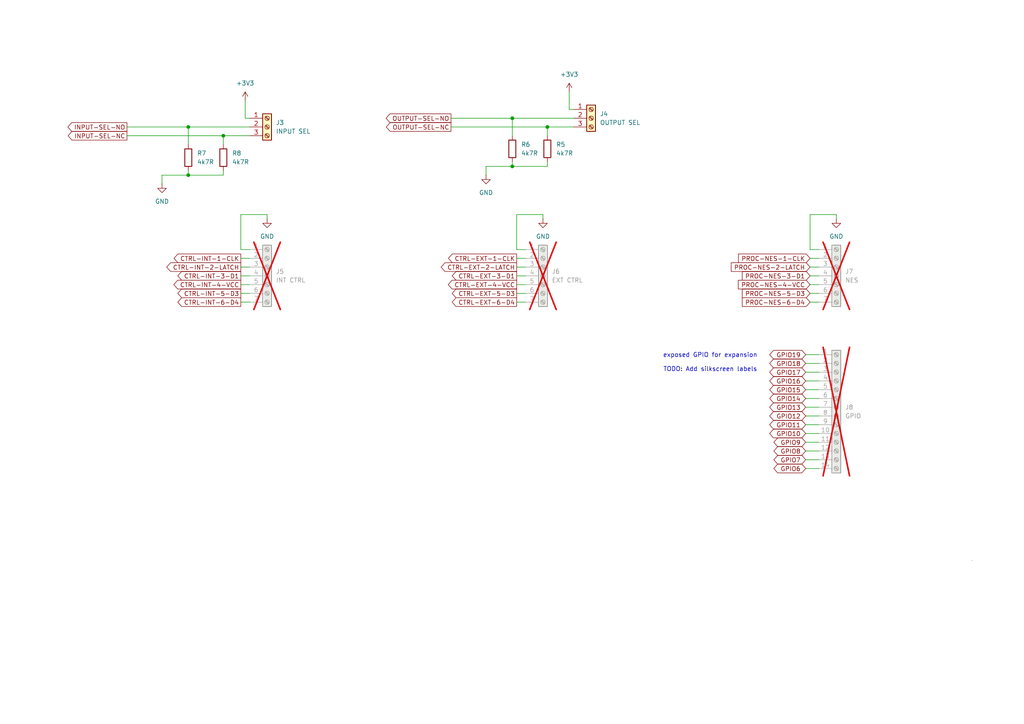
<source format=kicad_sch>
(kicad_sch (version 20250114) (generator "eeschema") (generator_version "9.0")
  (paper "A4")
  (lib_symbols
    (symbol "Connector:Screw_Terminal_01x03" (pin_names (offset 1.016) (hide yes))
      (property "Reference" "J" (at 0 5.08 0))
      (property "Value" "Screw_Terminal_01x03" (at 0 -5.08 0))
      (symbol "Screw_Terminal_01x03_1_1"
        (rectangle (start -1.27 3.81) (end 1.27 -3.81) (stroke (width 0.254)) (fill (type background)))
        (polyline (pts (xy -0.5334 2.8702) (xy 0.3302 2.032)) (stroke (width 0.1524)))
        (polyline (pts (xy -0.5334 0.3302) (xy 0.3302 -0.508)) (stroke (width 0.1524)))
        (polyline (pts (xy -0.5334 -2.2098) (xy 0.3302 -3.048)) (stroke (width 0.1524)))
        (polyline (pts (xy -0.3556 3.048) (xy 0.508 2.2098)) (stroke (width 0.1524)))
        (polyline (pts (xy -0.3556 0.508) (xy 0.508 -0.3302)) (stroke (width 0.1524)))
        (polyline (pts (xy -0.3556 -2.032) (xy 0.508 -2.8702)) (stroke (width 0.1524)))
        (circle (center 0 2.54) (radius 0.635) (stroke (width 0.1524)))
        (circle (center 0 0) (radius 0.635) (stroke (width 0.1524)))
        (circle (center 0 -2.54) (radius 0.635) (stroke (width 0.1524)))
        (pin passive line (at -5.08 2.54 0) (length 3.81) (name "Pin_1") (number "1"))
        (pin passive line (at -5.08 0 0) (length 3.81) (name "Pin_2") (number "2"))
        (pin passive line (at -5.08 -2.54 0) (length 3.81) (name "Pin_3") (number "3"))
      )
    )
    (symbol "Connector:Screw_Terminal_01x07" (pin_names (offset 1.016) (hide yes))
      (property "Reference" "J" (at 0 10.16 0))
      (property "Value" "Screw_Terminal_01x07" (at 0 -10.16 0))
      (symbol "Screw_Terminal_01x07_1_1"
        (rectangle (start -1.27 8.89) (end 1.27 -8.89) (stroke (width 0.254)) (fill (type background)))
        (polyline (pts (xy -0.5334 7.9502) (xy 0.3302 7.112)) (stroke (width 0.1524)))
        (polyline (pts (xy -0.5334 5.4102) (xy 0.3302 4.572)) (stroke (width 0.1524)))
        (polyline (pts (xy -0.5334 2.8702) (xy 0.3302 2.032)) (stroke (width 0.1524)))
        (polyline (pts (xy -0.5334 0.3302) (xy 0.3302 -0.508)) (stroke (width 0.1524)))
        (polyline (pts (xy -0.5334 -2.2098) (xy 0.3302 -3.048)) (stroke (width 0.1524)))
        (polyline (pts (xy -0.5334 -4.7498) (xy 0.3302 -5.588)) (stroke (width 0.1524)))
        (polyline (pts (xy -0.5334 -7.2898) (xy 0.3302 -8.128)) (stroke (width 0.1524)))
        (polyline (pts (xy -0.3556 8.128) (xy 0.508 7.2898)) (stroke (width 0.1524)))
        (polyline (pts (xy -0.3556 5.588) (xy 0.508 4.7498)) (stroke (width 0.1524)))
        (polyline (pts (xy -0.3556 3.048) (xy 0.508 2.2098)) (stroke (width 0.1524)))
        (polyline (pts (xy -0.3556 0.508) (xy 0.508 -0.3302)) (stroke (width 0.1524)))
        (polyline (pts (xy -0.3556 -2.032) (xy 0.508 -2.8702)) (stroke (width 0.1524)))
        (polyline (pts (xy -0.3556 -4.572) (xy 0.508 -5.4102)) (stroke (width 0.1524)))
        (polyline (pts (xy -0.3556 -7.112) (xy 0.508 -7.9502)) (stroke (width 0.1524)))
        (circle (center 0 7.62) (radius 0.635) (stroke (width 0.1524)))
        (circle (center 0 5.08) (radius 0.635) (stroke (width 0.1524)))
        (circle (center 0 2.54) (radius 0.635) (stroke (width 0.1524)))
        (circle (center 0 0) (radius 0.635) (stroke (width 0.1524)))
        (circle (center 0 -2.54) (radius 0.635) (stroke (width 0.1524)))
        (circle (center 0 -5.08) (radius 0.635) (stroke (width 0.1524)))
        (circle (center 0 -7.62) (radius 0.635) (stroke (width 0.1524)))
        (pin passive line (at -5.08 7.62 0) (length 3.81) (name "Pin_1") (number "1"))
        (pin passive line (at -5.08 5.08 0) (length 3.81) (name "Pin_2") (number "2"))
        (pin passive line (at -5.08 2.54 0) (length 3.81) (name "Pin_3") (number "3"))
        (pin passive line (at -5.08 0 0) (length 3.81) (name "Pin_4") (number "4"))
        (pin passive line (at -5.08 -2.54 0) (length 3.81) (name "Pin_5") (number "5"))
        (pin passive line (at -5.08 -5.08 0) (length 3.81) (name "Pin_6") (number "6"))
        (pin passive line (at -5.08 -7.62 0) (length 3.81) (name "Pin_7") (number "7"))
      )
    )
    (symbol "Connector:Screw_Terminal_01x14" (pin_names (offset 1.016) (hide yes))
      (property "Reference" "J" (at 0 17.78 0))
      (property "Value" "Screw_Terminal_01x14" (at 0 -20.32 0))
      (symbol "Screw_Terminal_01x14_1_1"
        (rectangle (start -1.27 16.51) (end 1.27 -19.05) (stroke (width 0.254)) (fill (type background)))
        (polyline (pts (xy -0.5334 15.5702) (xy 0.3302 14.732)) (stroke (width 0.1524)))
        (polyline (pts (xy -0.5334 13.0302) (xy 0.3302 12.192)) (stroke (width 0.1524)))
        (polyline (pts (xy -0.5334 10.4902) (xy 0.3302 9.652)) (stroke (width 0.1524)))
        (polyline (pts (xy -0.5334 7.9502) (xy 0.3302 7.112)) (stroke (width 0.1524)))
        (polyline (pts (xy -0.5334 5.4102) (xy 0.3302 4.572)) (stroke (width 0.1524)))
        (polyline (pts (xy -0.5334 2.8702) (xy 0.3302 2.032)) (stroke (width 0.1524)))
        (polyline (pts (xy -0.5334 0.3302) (xy 0.3302 -0.508)) (stroke (width 0.1524)))
        (polyline (pts (xy -0.5334 -2.2098) (xy 0.3302 -3.048)) (stroke (width 0.1524)))
        (polyline (pts (xy -0.5334 -4.7498) (xy 0.3302 -5.588)) (stroke (width 0.1524)))
        (polyline (pts (xy -0.5334 -7.2898) (xy 0.3302 -8.128)) (stroke (width 0.1524)))
        (polyline (pts (xy -0.5334 -9.8298) (xy 0.3302 -10.668)) (stroke (width 0.1524)))
        (polyline (pts (xy -0.5334 -12.3698) (xy 0.3302 -13.208)) (stroke (width 0.1524)))
        (polyline (pts (xy -0.5334 -14.9098) (xy 0.3302 -15.748)) (stroke (width 0.1524)))
        (polyline (pts (xy -0.5334 -17.4498) (xy 0.3302 -18.288)) (stroke (width 0.1524)))
        (polyline (pts (xy -0.3556 15.748) (xy 0.508 14.9098)) (stroke (width 0.1524)))
        (polyline (pts (xy -0.3556 13.208) (xy 0.508 12.3698)) (stroke (width 0.1524)))
        (polyline (pts (xy -0.3556 10.668) (xy 0.508 9.8298)) (stroke (width 0.1524)))
        (polyline (pts (xy -0.3556 8.128) (xy 0.508 7.2898)) (stroke (width 0.1524)))
        (polyline (pts (xy -0.3556 5.588) (xy 0.508 4.7498)) (stroke (width 0.1524)))
        (polyline (pts (xy -0.3556 3.048) (xy 0.508 2.2098)) (stroke (width 0.1524)))
        (polyline (pts (xy -0.3556 0.508) (xy 0.508 -0.3302)) (stroke (width 0.1524)))
        (polyline (pts (xy -0.3556 -2.032) (xy 0.508 -2.8702)) (stroke (width 0.1524)))
        (polyline (pts (xy -0.3556 -4.572) (xy 0.508 -5.4102)) (stroke (width 0.1524)))
        (polyline (pts (xy -0.3556 -7.112) (xy 0.508 -7.9502)) (stroke (width 0.1524)))
        (polyline (pts (xy -0.3556 -9.652) (xy 0.508 -10.4902)) (stroke (width 0.1524)))
        (polyline (pts (xy -0.3556 -12.192) (xy 0.508 -13.0302)) (stroke (width 0.1524)))
        (polyline (pts (xy -0.3556 -14.732) (xy 0.508 -15.5702)) (stroke (width 0.1524)))
        (polyline (pts (xy -0.3556 -17.272) (xy 0.508 -18.1102)) (stroke (width 0.1524)))
        (circle (center 0 15.24) (radius 0.635) (stroke (width 0.1524)))
        (circle (center 0 12.7) (radius 0.635) (stroke (width 0.1524)))
        (circle (center 0 10.16) (radius 0.635) (stroke (width 0.1524)))
        (circle (center 0 7.62) (radius 0.635) (stroke (width 0.1524)))
        (circle (center 0 5.08) (radius 0.635) (stroke (width 0.1524)))
        (circle (center 0 2.54) (radius 0.635) (stroke (width 0.1524)))
        (circle (center 0 0) (radius 0.635) (stroke (width 0.1524)))
        (circle (center 0 -2.54) (radius 0.635) (stroke (width 0.1524)))
        (circle (center 0 -5.08) (radius 0.635) (stroke (width 0.1524)))
        (circle (center 0 -7.62) (radius 0.635) (stroke (width 0.1524)))
        (circle (center 0 -10.16) (radius 0.635) (stroke (width 0.1524)))
        (circle (center 0 -12.7) (radius 0.635) (stroke (width 0.1524)))
        (circle (center 0 -15.24) (radius 0.635) (stroke (width 0.1524)))
        (circle (center 0 -17.78) (radius 0.635) (stroke (width 0.1524)))
        (pin passive line (at -5.08 15.24 0) (length 3.81) (name "Pin_1") (number "1"))
        (pin passive line (at -5.08 12.7 0) (length 3.81) (name "Pin_2") (number "2"))
        (pin passive line (at -5.08 10.16 0) (length 3.81) (name "Pin_3") (number "3"))
        (pin passive line (at -5.08 7.62 0) (length 3.81) (name "Pin_4") (number "4"))
        (pin passive line (at -5.08 5.08 0) (length 3.81) (name "Pin_5") (number "5"))
        (pin passive line (at -5.08 2.54 0) (length 3.81) (name "Pin_6") (number "6"))
        (pin passive line (at -5.08 0 0) (length 3.81) (name "Pin_7") (number "7"))
        (pin passive line (at -5.08 -2.54 0) (length 3.81) (name "Pin_8") (number "8"))
        (pin passive line (at -5.08 -5.08 0) (length 3.81) (name "Pin_9") (number "9"))
        (pin passive line (at -5.08 -7.62 0) (length 3.81) (name "Pin_10") (number "10"))
        (pin passive line (at -5.08 -10.16 0) (length 3.81) (name "Pin_11") (number "11"))
        (pin passive line (at -5.08 -12.7 0) (length 3.81) (name "Pin_12") (number "12"))
        (pin passive line (at -5.08 -15.24 0) (length 3.81) (name "Pin_13") (number "13"))
        (pin passive line (at -5.08 -17.78 0) (length 3.81) (name "Pin_14") (number "14"))
      )
    )
    (symbol "Device:R" (pin_numbers (hide yes)) (pin_names (offset 0))
      (property "Reference" "R" (at 2.032 0 90))
      (property "Value" "R" (at 0 0 90))
      (symbol "R_0_1"
        (rectangle (start -1.016 -2.54) (end 1.016 2.54) (stroke (width 0.254)))
      )
      (symbol "R_1_1"
        (pin passive line (at 0 3.81 270) (length 1.27) (name "~") (number "1"))
        (pin passive line (at 0 -3.81 90) (length 1.27) (name "~") (number "2"))
      )
    )
    (symbol "power:+3V3" (power) (pin_numbers (hide yes)) (pin_names (offset 0) (hide yes))
      (property "Value" "+3V3" (at 0 3.556 0))
      (symbol "+3V3_0_1"
        (polyline (pts (xy -0.762 1.27) (xy 0 2.54)))
        (polyline (pts (xy 0 2.54) (xy 0.762 1.27)))
        (polyline (pts (xy 0 0) (xy 0 2.54)))
      )
      (symbol "+3V3_1_1"
        (pin power_in line (at 0 0 90) (length 0) (name "~") (number "1"))
      )
    )
    (symbol "power:GND" (power) (pin_numbers (hide yes)) (pin_names (offset 0) (hide yes))
      (property "Value" "GND" (at 0 -3.81 0))
      (symbol "GND_0_1"
        (polyline (pts (xy 0 0) (xy 0 -1.27) (xy 1.27 -1.27) (xy 0 -2.54) (xy -1.27 -1.27) (xy 0 -1.27)))
      )
      (symbol "GND_1_1"
        (pin power_in line (at 0 0 270) (length 0) (name "~") (number "1"))
      )
    )
  )
  (rectangle (start 281.94 162.56) (end 281.94 162.56))
  (text "exposed GPIO for expansion\n\nTODO: Add silkscreen labels" (at 205.994 105.156 0) (effects (font (size 1.27 1.27))))
  (junction (at 54.61 50.8))
  (junction (at 54.61 36.83))
  (junction (at 158.75 36.83))
  (junction (at 148.59 34.29))
  (junction (at 148.59 48.26))
  (junction (at 64.77 39.37))
  (wire (pts (xy 149.86 80.01) (xy 152.4 80.01)))
  (wire (pts (xy 233.68 102.87) (xy 237.49 102.87)))
  (wire (pts (xy 233.68 133.35) (xy 237.49 133.35)))
  (wire (pts (xy 233.68 120.65) (xy 237.49 120.65)))
  (wire (pts (xy 64.77 39.37) (xy 64.77 41.91)))
  (wire (pts (xy 77.47 62.23) (xy 77.47 63.5)))
  (wire (pts (xy 69.85 74.93) (xy 72.39 74.93)))
  (wire (pts (xy 157.48 62.23) (xy 157.48 63.5)))
  (wire (pts (xy 149.86 72.39) (xy 152.4 72.39)))
  (wire (pts (xy 233.68 115.57) (xy 237.49 115.57)))
  (wire (pts (xy 54.61 36.83) (xy 54.61 41.91)))
  (wire (pts (xy 233.68 110.49) (xy 237.49 110.49)))
  (wire (pts (xy 69.85 87.63) (xy 72.39 87.63)))
  (wire (pts (xy 234.95 72.39) (xy 237.49 72.39)))
  (wire (pts (xy 71.12 34.29) (xy 72.39 34.29)))
  (wire (pts (xy 234.95 85.09) (xy 237.49 85.09)))
  (wire (pts (xy 242.57 62.23) (xy 242.57 63.5)))
  (wire (pts (xy 72.39 36.83) (xy 54.61 36.83)))
  (wire (pts (xy 234.95 80.01) (xy 237.49 80.01)))
  (wire (pts (xy 233.68 123.19) (xy 237.49 123.19)))
  (wire (pts (xy 158.75 36.83) (xy 158.75 39.37)))
  (wire (pts (xy 149.86 74.93) (xy 152.4 74.93)))
  (wire (pts (xy 140.97 48.26) (xy 148.59 48.26)))
  (wire (pts (xy 36.83 36.83) (xy 54.61 36.83)))
  (wire (pts (xy 64.77 50.8) (xy 54.61 50.8)))
  (wire (pts (xy 234.95 82.55) (xy 237.49 82.55)))
  (wire (pts (xy 233.68 128.27) (xy 237.49 128.27)))
  (wire (pts (xy 233.68 135.89) (xy 237.49 135.89)))
  (wire (pts (xy 234.95 72.39) (xy 234.95 62.23)))
  (wire (pts (xy 158.75 46.99) (xy 158.75 48.26)))
  (wire (pts (xy 69.85 72.39) (xy 72.39 72.39)))
  (wire (pts (xy 149.86 62.23) (xy 157.48 62.23)))
  (wire (pts (xy 69.85 82.55) (xy 72.39 82.55)))
  (wire (pts (xy 233.68 118.11) (xy 237.49 118.11)))
  (wire (pts (xy 46.99 53.34) (xy 46.99 50.8)))
  (wire (pts (xy 233.68 107.95) (xy 237.49 107.95)))
  (wire (pts (xy 69.85 85.09) (xy 72.39 85.09)))
  (wire (pts (xy 46.99 50.8) (xy 54.61 50.8)))
  (wire (pts (xy 54.61 50.8) (xy 54.61 49.53)))
  (wire (pts (xy 64.77 49.53) (xy 64.77 50.8)))
  (wire (pts (xy 165.1 31.75) (xy 166.37 31.75)))
  (wire (pts (xy 149.86 85.09) (xy 152.4 85.09)))
  (wire (pts (xy 149.86 77.47) (xy 152.4 77.47)))
  (wire (pts (xy 149.86 87.63) (xy 152.4 87.63)))
  (wire (pts (xy 69.85 77.47) (xy 72.39 77.47)))
  (wire (pts (xy 130.81 36.83) (xy 158.75 36.83)))
  (wire (pts (xy 234.95 77.47) (xy 237.49 77.47)))
  (wire (pts (xy 69.85 80.01) (xy 72.39 80.01)))
  (wire (pts (xy 69.85 72.39) (xy 69.85 62.23)))
  (wire (pts (xy 149.86 82.55) (xy 152.4 82.55)))
  (wire (pts (xy 233.68 125.73) (xy 237.49 125.73)))
  (wire (pts (xy 72.39 39.37) (xy 64.77 39.37)))
  (wire (pts (xy 233.68 130.81) (xy 237.49 130.81)))
  (wire (pts (xy 233.68 105.41) (xy 237.49 105.41)))
  (wire (pts (xy 234.95 74.93) (xy 237.49 74.93)))
  (wire (pts (xy 140.97 50.8) (xy 140.97 48.26)))
  (wire (pts (xy 158.75 48.26) (xy 148.59 48.26)))
  (wire (pts (xy 130.81 34.29) (xy 148.59 34.29)))
  (wire (pts (xy 36.83 39.37) (xy 64.77 39.37)))
  (wire (pts (xy 165.1 26.67) (xy 165.1 31.75)))
  (wire (pts (xy 148.59 48.26) (xy 148.59 46.99)))
  (wire (pts (xy 149.86 72.39) (xy 149.86 62.23)))
  (wire (pts (xy 166.37 36.83) (xy 158.75 36.83)))
  (wire (pts (xy 166.37 34.29) (xy 148.59 34.29)))
  (wire (pts (xy 233.68 113.03) (xy 237.49 113.03)))
  (wire (pts (xy 234.95 87.63) (xy 237.49 87.63)))
  (wire (pts (xy 71.12 29.21) (xy 71.12 34.29)))
  (wire (pts (xy 234.95 62.23) (xy 242.57 62.23)))
  (wire (pts (xy 148.59 34.29) (xy 148.59 39.37)))
  (wire (pts (xy 69.85 62.23) (xy 77.47 62.23)))
  (global_label "CTRL-INT-4-VCC" (shape output) (at 69.85 82.55 180) (property "Intersheetrefs" "${INTERSHEET_REFS}" (effects (hide yes))))
  (global_label "GPIO8" (shape bidirectional) (at 233.68 130.81 180) (property "Intersheetrefs" "${INTERSHEET_REFS}" (effects (hide yes))))
  (global_label "GPIO15" (shape bidirectional) (at 233.68 113.03 180) (property "Intersheetrefs" "${INTERSHEET_REFS}" (effects (hide yes))))
  (global_label "PROC-NES-2-LATCH" (shape input) (at 234.95 77.47 180) (property "Intersheetrefs" "${INTERSHEET_REFS}" (effects (hide yes))))
  (global_label "GPIO17" (shape bidirectional) (at 233.68 107.95 180) (property "Intersheetrefs" "${INTERSHEET_REFS}" (effects (hide yes))))
  (global_label "CTRL-EXT-2-LATCH" (shape output) (at 149.86 77.47 180) (property "Intersheetrefs" "${INTERSHEET_REFS}" (effects (hide yes))))
  (global_label "OUTPUT-SEL-NO" (shape output) (at 130.81 34.29 180) (property "Intersheetrefs" "${INTERSHEET_REFS}" (effects (hide yes))))
  (global_label "GPIO18" (shape bidirectional) (at 233.68 105.41 180) (property "Intersheetrefs" "${INTERSHEET_REFS}" (effects (hide yes))))
  (global_label "CTRL-EXT-4-VCC" (shape output) (at 149.86 82.55 180) (property "Intersheetrefs" "${INTERSHEET_REFS}" (effects (hide yes))))
  (global_label "GPIO7" (shape bidirectional) (at 233.68 133.35 180) (property "Intersheetrefs" "${INTERSHEET_REFS}" (effects (hide yes))))
  (global_label "PROC-NES-5-D3" (shape input) (at 234.95 85.09 180) (property "Intersheetrefs" "${INTERSHEET_REFS}" (effects (hide yes))))
  (global_label "OUTPUT-SEL-NC" (shape output) (at 130.81 36.83 180) (property "Intersheetrefs" "${INTERSHEET_REFS}" (effects (hide yes))))
  (global_label "GPIO6" (shape bidirectional) (at 233.68 135.89 180) (property "Intersheetrefs" "${INTERSHEET_REFS}" (effects (hide yes))))
  (global_label "PROC-NES-1-CLK" (shape input) (at 234.95 74.93 180) (property "Intersheetrefs" "${INTERSHEET_REFS}" (effects (hide yes))))
  (global_label "GPIO14" (shape bidirectional) (at 233.68 115.57 180) (property "Intersheetrefs" "${INTERSHEET_REFS}" (effects (hide yes))))
  (global_label "PROC-NES-6-D4" (shape input) (at 234.95 87.63 180) (property "Intersheetrefs" "${INTERSHEET_REFS}" (effects (hide yes))))
  (global_label "INPUT-SEL-NO" (shape output) (at 36.83 36.83 180) (property "Intersheetrefs" "${INTERSHEET_REFS}" (effects (hide yes))))
  (global_label "CTRL-INT-6-D4" (shape output) (at 69.85 87.63 180) (property "Intersheetrefs" "${INTERSHEET_REFS}" (effects (hide yes))))
  (global_label "GPIO16" (shape bidirectional) (at 233.68 110.49 180) (property "Intersheetrefs" "${INTERSHEET_REFS}" (effects (hide yes))))
  (global_label "CTRL-INT-5-D3" (shape output) (at 69.85 85.09 180) (property "Intersheetrefs" "${INTERSHEET_REFS}" (effects (hide yes))))
  (global_label "CTRL-INT-3-D1" (shape output) (at 69.85 80.01 180) (property "Intersheetrefs" "${INTERSHEET_REFS}" (effects (hide yes))))
  (global_label "PROC-NES-4-VCC" (shape input) (at 234.95 82.55 180) (property "Intersheetrefs" "${INTERSHEET_REFS}" (effects (hide yes))))
  (global_label "CTRL-INT-2-LATCH" (shape output) (at 69.85 77.47 180) (property "Intersheetrefs" "${INTERSHEET_REFS}" (effects (hide yes))))
  (global_label "CTRL-EXT-3-D1" (shape output) (at 149.86 80.01 180) (property "Intersheetrefs" "${INTERSHEET_REFS}" (effects (hide yes))))
  (global_label "CTRL-EXT-1-CLK" (shape output) (at 149.86 74.93 180) (property "Intersheetrefs" "${INTERSHEET_REFS}" (effects (hide yes))))
  (global_label "GPIO11" (shape bidirectional) (at 233.68 123.19 180) (property "Intersheetrefs" "${INTERSHEET_REFS}" (effects (hide yes))))
  (global_label "PROC-NES-3-D1" (shape input) (at 234.95 80.01 180) (property "Intersheetrefs" "${INTERSHEET_REFS}" (effects (hide yes))))
  (global_label "GPIO12" (shape bidirectional) (at 233.68 120.65 180) (property "Intersheetrefs" "${INTERSHEET_REFS}" (effects (hide yes))))
  (global_label "GPIO13" (shape bidirectional) (at 233.68 118.11 180) (property "Intersheetrefs" "${INTERSHEET_REFS}" (effects (hide yes))))
  (global_label "GPIO9" (shape bidirectional) (at 233.68 128.27 180) (property "Intersheetrefs" "${INTERSHEET_REFS}" (effects (hide yes))))
  (global_label "CTRL-INT-1-CLK" (shape output) (at 69.85 74.93 180) (property "Intersheetrefs" "${INTERSHEET_REFS}" (effects (hide yes))))
  (global_label "GPIO19" (shape bidirectional) (at 233.68 102.87 180) (property "Intersheetrefs" "${INTERSHEET_REFS}" (effects (hide yes))))
  (global_label "GPIO10" (shape bidirectional) (at 233.68 125.73 180) (property "Intersheetrefs" "${INTERSHEET_REFS}" (effects (hide yes))))
  (global_label "INPUT-SEL-NC" (shape output) (at 36.83 39.37 180) (property "Intersheetrefs" "${INTERSHEET_REFS}" (effects (hide yes))))
  (global_label "CTRL-EXT-6-D4" (shape output) (at 149.86 87.63 180) (property "Intersheetrefs" "${INTERSHEET_REFS}" (effects (hide yes))))
  (global_label "CTRL-EXT-5-D3" (shape output) (at 149.86 85.09 180) (property "Intersheetrefs" "${INTERSHEET_REFS}" (effects (hide yes))))
  (symbol (lib_id "power:GND") (at 157.48 63.5 0) (unit 1)
    (property "Reference" "#PWR034" (effects (hide yes)))
    (property "Value" "GND" (at 157.48 68.58 0))
    (property "Description" "Power symbol creates a global label with name \"GND\" , ground" (effects (hide yes)))
  )
  (symbol (lib_id "Device:R") (at 158.75 43.18 0) (unit 1)
    (property "Reference" "R5" (at 161.29 41.9099 0) (effects (justify left)))
    (property "Value" "4k7R" (at 161.29 44.4499 0) (effects (justify left)))
    (property "Footprint" "Resistor_SMD:R_0603_1608Metric" (effects (hide yes)))
    (property "Description" "Resistor" (effects (hide yes)))
  )
  (symbol (lib_id "power:GND") (at 77.47 63.5 0) (unit 1)
    (property "Reference" "#PWR033" (effects (hide yes)))
    (property "Value" "GND" (at 77.47 68.58 0))
    (property "Description" "Power symbol creates a global label with name \"GND\" , ground" (effects (hide yes)))
  )
  (symbol (lib_id "Connector:Screw_Terminal_01x03") (at 171.45 34.29 0) (unit 1)
    (property "Reference" "J4" (at 173.99 33.0199 0) (effects (justify left)))
    (property "Value" "OUTPUT SEL" (at 173.99 35.5599 0) (effects (justify left)))
    (property "Footprint" "TerminalBlock_Phoenix:TerminalBlock_Phoenix_MKDS-1,5-3-5.08_1x03_P5.08mm_Horizontal" (effects (hide yes)))
    (property "Description" "Generic screw terminal, single row, 01x03, script generated (kicad-library-utils/schlib/autogen/connector/)" (effects (hide yes)))
  )
  (symbol (lib_id "Device:R") (at 64.77 45.72 0) (unit 1)
    (property "Reference" "R8" (at 67.31 44.4499 0) (effects (justify left)))
    (property "Value" "4k7R" (at 67.31 46.9899 0) (effects (justify left)))
    (property "Footprint" "Resistor_SMD:R_0603_1608Metric" (effects (hide yes)))
    (property "Description" "Resistor" (effects (hide yes)))
  )
  (symbol (lib_id "Connector:Screw_Terminal_01x14") (at 242.57 118.11 0) (unit 1) (in_bom no) (dnp yes)
    (property "Reference" "J8" (at 245.11 118.1099 0) (effects (justify left)))
    (property "Value" "GPIO" (at 245.11 120.6499 0) (effects (justify left)))
    (property "Footprint" "TerminalBlock:TerminalBlock_MaiXu_MX126-5.0-14P_1x14_P5.00mm" (effects (hide yes)))
    (property "Description" "Generic screw terminal, single row, 01x14, script generated (kicad-library-utils/schlib/autogen/connector/)" (effects (hide yes)))
  )
  (symbol (lib_id "Connector:Screw_Terminal_01x07") (at 242.57 80.01 0) (unit 1) (in_bom no) (dnp yes)
    (property "Reference" "J7" (at 245.11 78.7399 0) (effects (justify left)))
    (property "Value" "NES" (at 245.11 81.2799 0) (effects (justify left)))
    (property "Footprint" "TerminalBlock:TerminalBlock_MaiXu_MX126-5.0-07P_1x07_P5.00mm" (effects (hide yes)))
    (property "Description" "Generic screw terminal, single row, 01x07, script generated (kicad-library-utils/schlib/autogen/connector/)" (effects (hide yes)))
  )
  (symbol (lib_id "power:GND") (at 46.99 53.34 0) (unit 1)
    (property "Reference" "#PWR023" (effects (hide yes)))
    (property "Value" "GND" (at 46.99 58.42 0))
    (property "Description" "Power symbol creates a global label with name \"GND\" , ground" (effects (hide yes)))
  )
  (symbol (lib_id "power:GND") (at 242.57 63.5 0) (unit 1)
    (property "Reference" "#PWR035" (effects (hide yes)))
    (property "Value" "GND" (at 242.57 68.58 0))
    (property "Description" "Power symbol creates a global label with name \"GND\" , ground" (effects (hide yes)))
  )
  (symbol (lib_id "Device:R") (at 54.61 45.72 0) (unit 1)
    (property "Reference" "R7" (at 57.15 44.4499 0) (effects (justify left)))
    (property "Value" "4k7R" (at 57.15 46.9899 0) (effects (justify left)))
    (property "Footprint" "Resistor_SMD:R_0603_1608Metric" (effects (hide yes)))
    (property "Description" "Resistor" (effects (hide yes)))
  )
  (symbol (lib_id "Device:R") (at 148.59 43.18 0) (unit 1)
    (property "Reference" "R6" (at 151.13 41.9099 0) (effects (justify left)))
    (property "Value" "4k7R" (at 151.13 44.4499 0) (effects (justify left)))
    (property "Footprint" "Resistor_SMD:R_0603_1608Metric" (effects (hide yes)))
    (property "Description" "Resistor" (effects (hide yes)))
  )
  (symbol (lib_id "Connector:Screw_Terminal_01x07") (at 77.47 80.01 0) (unit 1) (in_bom no) (dnp yes)
    (property "Reference" "J5" (at 80.01 78.7399 0) (effects (justify left)))
    (property "Value" "INT CTRL" (at 80.01 81.2799 0) (effects (justify left)))
    (property "Footprint" "TerminalBlock:TerminalBlock_MaiXu_MX126-5.0-07P_1x07_P5.00mm" (effects (hide yes)))
    (property "Description" "Generic screw terminal, single row, 01x07, script generated (kicad-library-utils/schlib/autogen/connector/)" (effects (hide yes)))
  )
  (symbol (lib_id "power:+3V3") (at 71.12 29.21 0) (unit 1)
    (property "Reference" "#PWR024" (effects (hide yes)))
    (property "Value" "+3V3" (at 71.12 24.13 0))
    (property "Description" "Power symbol creates a global label with name \"+3V3\"" (effects (hide yes)))
  )
  (symbol (lib_id "Connector:Screw_Terminal_01x07") (at 157.48 80.01 0) (unit 1) (in_bom no) (dnp yes)
    (property "Reference" "J6" (at 160.02 78.7399 0) (effects (justify left)))
    (property "Value" "EXT CTRL" (at 160.02 81.2799 0) (effects (justify left)))
    (property "Footprint" "TerminalBlock:TerminalBlock_MaiXu_MX126-5.0-07P_1x07_P5.00mm" (effects (hide yes)))
    (property "Description" "Generic screw terminal, single row, 01x07, script generated (kicad-library-utils/schlib/autogen/connector/)" (effects (hide yes)))
  )
  (symbol (lib_id "power:GND") (at 140.97 50.8 0) (unit 1)
    (property "Reference" "#PWR022" (effects (hide yes)))
    (property "Value" "GND" (at 140.97 55.88 0))
    (property "Description" "Power symbol creates a global label with name \"GND\" , ground" (effects (hide yes)))
  )
  (symbol (lib_id "Connector:Screw_Terminal_01x03") (at 77.47 36.83 0) (unit 1)
    (property "Reference" "J3" (at 80.01 35.5599 0) (effects (justify left)))
    (property "Value" "INPUT SEL" (at 80.01 38.0999 0) (effects (justify left)))
    (property "Footprint" "TerminalBlock_Phoenix:TerminalBlock_Phoenix_MKDS-1,5-3-5.08_1x03_P5.08mm_Horizontal" (effects (hide yes)))
    (property "Description" "Generic screw terminal, single row, 01x03, script generated (kicad-library-utils/schlib/autogen/connector/)" (effects (hide yes)))
  )
  (symbol (lib_id "power:+3V3") (at 165.1 26.67 0) (unit 1)
    (property "Reference" "#PWR021" (effects (hide yes)))
    (property "Value" "+3V3" (at 165.1 21.59 0))
    (property "Description" "Power symbol creates a global label with name \"+3V3\"" (effects (hide yes)))
  )
)
</source>
